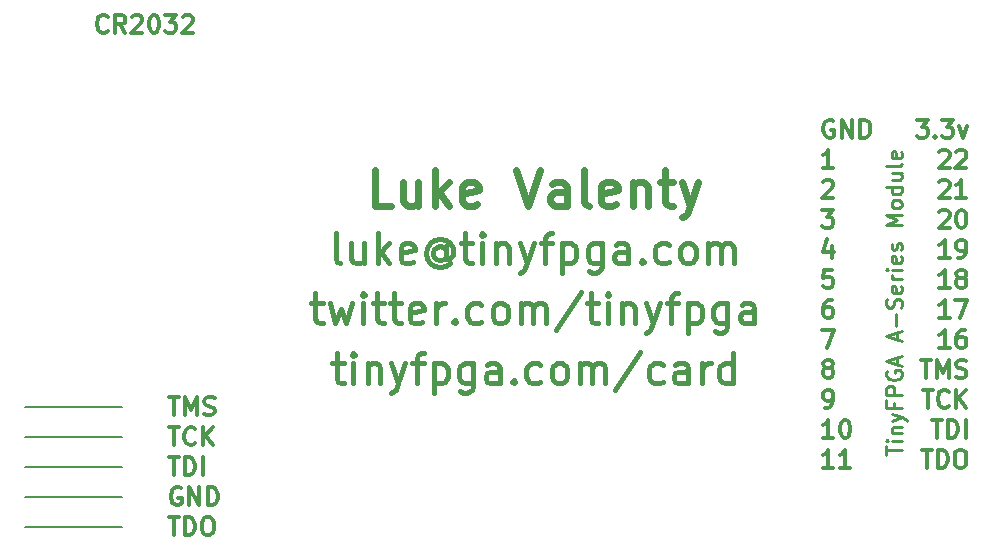
<source format=gbr>
G04 #@! TF.FileFunction,Legend,Top*
%FSLAX46Y46*%
G04 Gerber Fmt 4.6, Leading zero omitted, Abs format (unit mm)*
G04 Created by KiCad (PCBNEW 4.0.7) date 04/25/18 19:18:30*
%MOMM*%
%LPD*%
G01*
G04 APERTURE LIST*
%ADD10C,0.150000*%
%ADD11C,0.300000*%
%ADD12C,0.250000*%
%ADD13C,0.200000*%
%ADD14C,0.400000*%
%ADD15C,0.600000*%
G04 APERTURE END LIST*
D10*
D11*
X180078571Y-114748571D02*
X180935714Y-114748571D01*
X180507143Y-116248571D02*
X180507143Y-114748571D01*
X181435714Y-116248571D02*
X181435714Y-114748571D01*
X181792857Y-114748571D01*
X182007142Y-114820000D01*
X182150000Y-114962857D01*
X182221428Y-115105714D01*
X182292857Y-115391429D01*
X182292857Y-115605714D01*
X182221428Y-115891429D01*
X182150000Y-116034286D01*
X182007142Y-116177143D01*
X181792857Y-116248571D01*
X181435714Y-116248571D01*
X183221428Y-114748571D02*
X183507142Y-114748571D01*
X183650000Y-114820000D01*
X183792857Y-114962857D01*
X183864285Y-115248571D01*
X183864285Y-115748571D01*
X183792857Y-116034286D01*
X183650000Y-116177143D01*
X183507142Y-116248571D01*
X183221428Y-116248571D01*
X183078571Y-116177143D01*
X182935714Y-116034286D01*
X182864285Y-115748571D01*
X182864285Y-115248571D01*
X182935714Y-114962857D01*
X183078571Y-114820000D01*
X183221428Y-114748571D01*
X180935714Y-112208571D02*
X181792857Y-112208571D01*
X181364286Y-113708571D02*
X181364286Y-112208571D01*
X182292857Y-113708571D02*
X182292857Y-112208571D01*
X182650000Y-112208571D01*
X182864285Y-112280000D01*
X183007143Y-112422857D01*
X183078571Y-112565714D01*
X183150000Y-112851429D01*
X183150000Y-113065714D01*
X183078571Y-113351429D01*
X183007143Y-113494286D01*
X182864285Y-113637143D01*
X182650000Y-113708571D01*
X182292857Y-113708571D01*
X183792857Y-113708571D02*
X183792857Y-112208571D01*
X180150000Y-109668571D02*
X181007143Y-109668571D01*
X180578572Y-111168571D02*
X180578572Y-109668571D01*
X182364286Y-111025714D02*
X182292857Y-111097143D01*
X182078571Y-111168571D01*
X181935714Y-111168571D01*
X181721429Y-111097143D01*
X181578571Y-110954286D01*
X181507143Y-110811429D01*
X181435714Y-110525714D01*
X181435714Y-110311429D01*
X181507143Y-110025714D01*
X181578571Y-109882857D01*
X181721429Y-109740000D01*
X181935714Y-109668571D01*
X182078571Y-109668571D01*
X182292857Y-109740000D01*
X182364286Y-109811429D01*
X183007143Y-111168571D02*
X183007143Y-109668571D01*
X183864286Y-111168571D02*
X183221429Y-110311429D01*
X183864286Y-109668571D02*
X183007143Y-110525714D01*
X180007143Y-107128571D02*
X180864286Y-107128571D01*
X180435715Y-108628571D02*
X180435715Y-107128571D01*
X181364286Y-108628571D02*
X181364286Y-107128571D01*
X181864286Y-108200000D01*
X182364286Y-107128571D01*
X182364286Y-108628571D01*
X183007143Y-108557143D02*
X183221429Y-108628571D01*
X183578572Y-108628571D01*
X183721429Y-108557143D01*
X183792858Y-108485714D01*
X183864286Y-108342857D01*
X183864286Y-108200000D01*
X183792858Y-108057143D01*
X183721429Y-107985714D01*
X183578572Y-107914286D01*
X183292858Y-107842857D01*
X183150000Y-107771429D01*
X183078572Y-107700000D01*
X183007143Y-107557143D01*
X183007143Y-107414286D01*
X183078572Y-107271429D01*
X183150000Y-107200000D01*
X183292858Y-107128571D01*
X183650000Y-107128571D01*
X183864286Y-107200000D01*
X182435715Y-106088571D02*
X181578572Y-106088571D01*
X182007144Y-106088571D02*
X182007144Y-104588571D01*
X181864287Y-104802857D01*
X181721429Y-104945714D01*
X181578572Y-105017143D01*
X183721429Y-104588571D02*
X183435715Y-104588571D01*
X183292858Y-104660000D01*
X183221429Y-104731429D01*
X183078572Y-104945714D01*
X183007143Y-105231429D01*
X183007143Y-105802857D01*
X183078572Y-105945714D01*
X183150000Y-106017143D01*
X183292858Y-106088571D01*
X183578572Y-106088571D01*
X183721429Y-106017143D01*
X183792858Y-105945714D01*
X183864286Y-105802857D01*
X183864286Y-105445714D01*
X183792858Y-105302857D01*
X183721429Y-105231429D01*
X183578572Y-105160000D01*
X183292858Y-105160000D01*
X183150000Y-105231429D01*
X183078572Y-105302857D01*
X183007143Y-105445714D01*
X182435715Y-103548571D02*
X181578572Y-103548571D01*
X182007144Y-103548571D02*
X182007144Y-102048571D01*
X181864287Y-102262857D01*
X181721429Y-102405714D01*
X181578572Y-102477143D01*
X182935715Y-102048571D02*
X183935715Y-102048571D01*
X183292858Y-103548571D01*
X182435715Y-101008571D02*
X181578572Y-101008571D01*
X182007144Y-101008571D02*
X182007144Y-99508571D01*
X181864287Y-99722857D01*
X181721429Y-99865714D01*
X181578572Y-99937143D01*
X183292858Y-100151429D02*
X183150000Y-100080000D01*
X183078572Y-100008571D01*
X183007143Y-99865714D01*
X183007143Y-99794286D01*
X183078572Y-99651429D01*
X183150000Y-99580000D01*
X183292858Y-99508571D01*
X183578572Y-99508571D01*
X183721429Y-99580000D01*
X183792858Y-99651429D01*
X183864286Y-99794286D01*
X183864286Y-99865714D01*
X183792858Y-100008571D01*
X183721429Y-100080000D01*
X183578572Y-100151429D01*
X183292858Y-100151429D01*
X183150000Y-100222857D01*
X183078572Y-100294286D01*
X183007143Y-100437143D01*
X183007143Y-100722857D01*
X183078572Y-100865714D01*
X183150000Y-100937143D01*
X183292858Y-101008571D01*
X183578572Y-101008571D01*
X183721429Y-100937143D01*
X183792858Y-100865714D01*
X183864286Y-100722857D01*
X183864286Y-100437143D01*
X183792858Y-100294286D01*
X183721429Y-100222857D01*
X183578572Y-100151429D01*
X182435715Y-98468571D02*
X181578572Y-98468571D01*
X182007144Y-98468571D02*
X182007144Y-96968571D01*
X181864287Y-97182857D01*
X181721429Y-97325714D01*
X181578572Y-97397143D01*
X183150000Y-98468571D02*
X183435715Y-98468571D01*
X183578572Y-98397143D01*
X183650000Y-98325714D01*
X183792858Y-98111429D01*
X183864286Y-97825714D01*
X183864286Y-97254286D01*
X183792858Y-97111429D01*
X183721429Y-97040000D01*
X183578572Y-96968571D01*
X183292858Y-96968571D01*
X183150000Y-97040000D01*
X183078572Y-97111429D01*
X183007143Y-97254286D01*
X183007143Y-97611429D01*
X183078572Y-97754286D01*
X183150000Y-97825714D01*
X183292858Y-97897143D01*
X183578572Y-97897143D01*
X183721429Y-97825714D01*
X183792858Y-97754286D01*
X183864286Y-97611429D01*
X181578572Y-94571429D02*
X181650001Y-94500000D01*
X181792858Y-94428571D01*
X182150001Y-94428571D01*
X182292858Y-94500000D01*
X182364287Y-94571429D01*
X182435715Y-94714286D01*
X182435715Y-94857143D01*
X182364287Y-95071429D01*
X181507144Y-95928571D01*
X182435715Y-95928571D01*
X183364286Y-94428571D02*
X183507143Y-94428571D01*
X183650000Y-94500000D01*
X183721429Y-94571429D01*
X183792858Y-94714286D01*
X183864286Y-95000000D01*
X183864286Y-95357143D01*
X183792858Y-95642857D01*
X183721429Y-95785714D01*
X183650000Y-95857143D01*
X183507143Y-95928571D01*
X183364286Y-95928571D01*
X183221429Y-95857143D01*
X183150000Y-95785714D01*
X183078572Y-95642857D01*
X183007143Y-95357143D01*
X183007143Y-95000000D01*
X183078572Y-94714286D01*
X183150000Y-94571429D01*
X183221429Y-94500000D01*
X183364286Y-94428571D01*
X181578572Y-92031429D02*
X181650001Y-91960000D01*
X181792858Y-91888571D01*
X182150001Y-91888571D01*
X182292858Y-91960000D01*
X182364287Y-92031429D01*
X182435715Y-92174286D01*
X182435715Y-92317143D01*
X182364287Y-92531429D01*
X181507144Y-93388571D01*
X182435715Y-93388571D01*
X183864286Y-93388571D02*
X183007143Y-93388571D01*
X183435715Y-93388571D02*
X183435715Y-91888571D01*
X183292858Y-92102857D01*
X183150000Y-92245714D01*
X183007143Y-92317143D01*
X181578572Y-89491429D02*
X181650001Y-89420000D01*
X181792858Y-89348571D01*
X182150001Y-89348571D01*
X182292858Y-89420000D01*
X182364287Y-89491429D01*
X182435715Y-89634286D01*
X182435715Y-89777143D01*
X182364287Y-89991429D01*
X181507144Y-90848571D01*
X182435715Y-90848571D01*
X183007143Y-89491429D02*
X183078572Y-89420000D01*
X183221429Y-89348571D01*
X183578572Y-89348571D01*
X183721429Y-89420000D01*
X183792858Y-89491429D01*
X183864286Y-89634286D01*
X183864286Y-89777143D01*
X183792858Y-89991429D01*
X182935715Y-90848571D01*
X183864286Y-90848571D01*
X179650001Y-86808571D02*
X180578572Y-86808571D01*
X180078572Y-87380000D01*
X180292858Y-87380000D01*
X180435715Y-87451429D01*
X180507144Y-87522857D01*
X180578572Y-87665714D01*
X180578572Y-88022857D01*
X180507144Y-88165714D01*
X180435715Y-88237143D01*
X180292858Y-88308571D01*
X179864286Y-88308571D01*
X179721429Y-88237143D01*
X179650001Y-88165714D01*
X181221429Y-88165714D02*
X181292857Y-88237143D01*
X181221429Y-88308571D01*
X181150000Y-88237143D01*
X181221429Y-88165714D01*
X181221429Y-88308571D01*
X181792858Y-86808571D02*
X182721429Y-86808571D01*
X182221429Y-87380000D01*
X182435715Y-87380000D01*
X182578572Y-87451429D01*
X182650001Y-87522857D01*
X182721429Y-87665714D01*
X182721429Y-88022857D01*
X182650001Y-88165714D01*
X182578572Y-88237143D01*
X182435715Y-88308571D01*
X182007143Y-88308571D01*
X181864286Y-88237143D01*
X181792858Y-88165714D01*
X183221429Y-87308571D02*
X183578572Y-88308571D01*
X183935714Y-87308571D01*
X172592857Y-116248571D02*
X171735714Y-116248571D01*
X172164286Y-116248571D02*
X172164286Y-114748571D01*
X172021429Y-114962857D01*
X171878571Y-115105714D01*
X171735714Y-115177143D01*
X174021428Y-116248571D02*
X173164285Y-116248571D01*
X173592857Y-116248571D02*
X173592857Y-114748571D01*
X173450000Y-114962857D01*
X173307142Y-115105714D01*
X173164285Y-115177143D01*
X172592857Y-113708571D02*
X171735714Y-113708571D01*
X172164286Y-113708571D02*
X172164286Y-112208571D01*
X172021429Y-112422857D01*
X171878571Y-112565714D01*
X171735714Y-112637143D01*
X173521428Y-112208571D02*
X173664285Y-112208571D01*
X173807142Y-112280000D01*
X173878571Y-112351429D01*
X173950000Y-112494286D01*
X174021428Y-112780000D01*
X174021428Y-113137143D01*
X173950000Y-113422857D01*
X173878571Y-113565714D01*
X173807142Y-113637143D01*
X173664285Y-113708571D01*
X173521428Y-113708571D01*
X173378571Y-113637143D01*
X173307142Y-113565714D01*
X173235714Y-113422857D01*
X173164285Y-113137143D01*
X173164285Y-112780000D01*
X173235714Y-112494286D01*
X173307142Y-112351429D01*
X173378571Y-112280000D01*
X173521428Y-112208571D01*
X171878571Y-111168571D02*
X172164286Y-111168571D01*
X172307143Y-111097143D01*
X172378571Y-111025714D01*
X172521429Y-110811429D01*
X172592857Y-110525714D01*
X172592857Y-109954286D01*
X172521429Y-109811429D01*
X172450000Y-109740000D01*
X172307143Y-109668571D01*
X172021429Y-109668571D01*
X171878571Y-109740000D01*
X171807143Y-109811429D01*
X171735714Y-109954286D01*
X171735714Y-110311429D01*
X171807143Y-110454286D01*
X171878571Y-110525714D01*
X172021429Y-110597143D01*
X172307143Y-110597143D01*
X172450000Y-110525714D01*
X172521429Y-110454286D01*
X172592857Y-110311429D01*
X172021429Y-107771429D02*
X171878571Y-107700000D01*
X171807143Y-107628571D01*
X171735714Y-107485714D01*
X171735714Y-107414286D01*
X171807143Y-107271429D01*
X171878571Y-107200000D01*
X172021429Y-107128571D01*
X172307143Y-107128571D01*
X172450000Y-107200000D01*
X172521429Y-107271429D01*
X172592857Y-107414286D01*
X172592857Y-107485714D01*
X172521429Y-107628571D01*
X172450000Y-107700000D01*
X172307143Y-107771429D01*
X172021429Y-107771429D01*
X171878571Y-107842857D01*
X171807143Y-107914286D01*
X171735714Y-108057143D01*
X171735714Y-108342857D01*
X171807143Y-108485714D01*
X171878571Y-108557143D01*
X172021429Y-108628571D01*
X172307143Y-108628571D01*
X172450000Y-108557143D01*
X172521429Y-108485714D01*
X172592857Y-108342857D01*
X172592857Y-108057143D01*
X172521429Y-107914286D01*
X172450000Y-107842857D01*
X172307143Y-107771429D01*
X171664286Y-104588571D02*
X172664286Y-104588571D01*
X172021429Y-106088571D01*
X172450000Y-102048571D02*
X172164286Y-102048571D01*
X172021429Y-102120000D01*
X171950000Y-102191429D01*
X171807143Y-102405714D01*
X171735714Y-102691429D01*
X171735714Y-103262857D01*
X171807143Y-103405714D01*
X171878571Y-103477143D01*
X172021429Y-103548571D01*
X172307143Y-103548571D01*
X172450000Y-103477143D01*
X172521429Y-103405714D01*
X172592857Y-103262857D01*
X172592857Y-102905714D01*
X172521429Y-102762857D01*
X172450000Y-102691429D01*
X172307143Y-102620000D01*
X172021429Y-102620000D01*
X171878571Y-102691429D01*
X171807143Y-102762857D01*
X171735714Y-102905714D01*
X172521429Y-99508571D02*
X171807143Y-99508571D01*
X171735714Y-100222857D01*
X171807143Y-100151429D01*
X171950000Y-100080000D01*
X172307143Y-100080000D01*
X172450000Y-100151429D01*
X172521429Y-100222857D01*
X172592857Y-100365714D01*
X172592857Y-100722857D01*
X172521429Y-100865714D01*
X172450000Y-100937143D01*
X172307143Y-101008571D01*
X171950000Y-101008571D01*
X171807143Y-100937143D01*
X171735714Y-100865714D01*
X172450000Y-97468571D02*
X172450000Y-98468571D01*
X172092857Y-96897143D02*
X171735714Y-97968571D01*
X172664286Y-97968571D01*
X171664286Y-94428571D02*
X172592857Y-94428571D01*
X172092857Y-95000000D01*
X172307143Y-95000000D01*
X172450000Y-95071429D01*
X172521429Y-95142857D01*
X172592857Y-95285714D01*
X172592857Y-95642857D01*
X172521429Y-95785714D01*
X172450000Y-95857143D01*
X172307143Y-95928571D01*
X171878571Y-95928571D01*
X171735714Y-95857143D01*
X171664286Y-95785714D01*
X171735714Y-92031429D02*
X171807143Y-91960000D01*
X171950000Y-91888571D01*
X172307143Y-91888571D01*
X172450000Y-91960000D01*
X172521429Y-92031429D01*
X172592857Y-92174286D01*
X172592857Y-92317143D01*
X172521429Y-92531429D01*
X171664286Y-93388571D01*
X172592857Y-93388571D01*
X172592857Y-90848571D02*
X171735714Y-90848571D01*
X172164286Y-90848571D02*
X172164286Y-89348571D01*
X172021429Y-89562857D01*
X171878571Y-89705714D01*
X171735714Y-89777143D01*
X172592857Y-86880000D02*
X172450000Y-86808571D01*
X172235714Y-86808571D01*
X172021429Y-86880000D01*
X171878571Y-87022857D01*
X171807143Y-87165714D01*
X171735714Y-87451429D01*
X171735714Y-87665714D01*
X171807143Y-87951429D01*
X171878571Y-88094286D01*
X172021429Y-88237143D01*
X172235714Y-88308571D01*
X172378571Y-88308571D01*
X172592857Y-88237143D01*
X172664286Y-88165714D01*
X172664286Y-87665714D01*
X172378571Y-87665714D01*
X173307143Y-88308571D02*
X173307143Y-86808571D01*
X174164286Y-88308571D01*
X174164286Y-86808571D01*
X174878572Y-88308571D02*
X174878572Y-86808571D01*
X175235715Y-86808571D01*
X175450000Y-86880000D01*
X175592858Y-87022857D01*
X175664286Y-87165714D01*
X175735715Y-87451429D01*
X175735715Y-87665714D01*
X175664286Y-87951429D01*
X175592858Y-88094286D01*
X175450000Y-88237143D01*
X175235715Y-88308571D01*
X174878572Y-88308571D01*
D12*
X177088095Y-115142142D02*
X177088095Y-114399285D01*
X178388095Y-114770714D02*
X177088095Y-114770714D01*
X178388095Y-113965952D02*
X177521429Y-113965952D01*
X177088095Y-113965952D02*
X177150000Y-114027857D01*
X177211905Y-113965952D01*
X177150000Y-113904047D01*
X177088095Y-113965952D01*
X177211905Y-113965952D01*
X177521429Y-113346904D02*
X178388095Y-113346904D01*
X177645238Y-113346904D02*
X177583333Y-113284999D01*
X177521429Y-113161190D01*
X177521429Y-112975476D01*
X177583333Y-112851666D01*
X177707143Y-112789761D01*
X178388095Y-112789761D01*
X177521429Y-112294524D02*
X178388095Y-111985000D01*
X177521429Y-111675476D02*
X178388095Y-111985000D01*
X178697619Y-112108809D01*
X178759524Y-112170714D01*
X178821429Y-112294524D01*
X177707143Y-110746905D02*
X177707143Y-111180238D01*
X178388095Y-111180238D02*
X177088095Y-111180238D01*
X177088095Y-110561191D01*
X178388095Y-110065952D02*
X177088095Y-110065952D01*
X177088095Y-109570714D01*
X177150000Y-109446905D01*
X177211905Y-109385000D01*
X177335714Y-109323095D01*
X177521429Y-109323095D01*
X177645238Y-109385000D01*
X177707143Y-109446905D01*
X177769048Y-109570714D01*
X177769048Y-110065952D01*
X177150000Y-108085000D02*
X177088095Y-108208809D01*
X177088095Y-108394524D01*
X177150000Y-108580238D01*
X177273810Y-108704047D01*
X177397619Y-108765952D01*
X177645238Y-108827857D01*
X177830952Y-108827857D01*
X178078571Y-108765952D01*
X178202381Y-108704047D01*
X178326190Y-108580238D01*
X178388095Y-108394524D01*
X178388095Y-108270714D01*
X178326190Y-108085000D01*
X178264286Y-108023095D01*
X177830952Y-108023095D01*
X177830952Y-108270714D01*
X178016667Y-107527857D02*
X178016667Y-106908809D01*
X178388095Y-107651666D02*
X177088095Y-107218333D01*
X178388095Y-106785000D01*
X178016667Y-105423095D02*
X178016667Y-104804047D01*
X178388095Y-105546904D02*
X177088095Y-105113571D01*
X178388095Y-104680238D01*
X177892857Y-104246904D02*
X177892857Y-103256428D01*
X178326190Y-102699285D02*
X178388095Y-102513571D01*
X178388095Y-102204047D01*
X178326190Y-102080237D01*
X178264286Y-102018333D01*
X178140476Y-101956428D01*
X178016667Y-101956428D01*
X177892857Y-102018333D01*
X177830952Y-102080237D01*
X177769048Y-102204047D01*
X177707143Y-102451666D01*
X177645238Y-102575475D01*
X177583333Y-102637380D01*
X177459524Y-102699285D01*
X177335714Y-102699285D01*
X177211905Y-102637380D01*
X177150000Y-102575475D01*
X177088095Y-102451666D01*
X177088095Y-102142142D01*
X177150000Y-101956428D01*
X178326190Y-100904047D02*
X178388095Y-101027857D01*
X178388095Y-101275476D01*
X178326190Y-101399285D01*
X178202381Y-101461190D01*
X177707143Y-101461190D01*
X177583333Y-101399285D01*
X177521429Y-101275476D01*
X177521429Y-101027857D01*
X177583333Y-100904047D01*
X177707143Y-100842142D01*
X177830952Y-100842142D01*
X177954762Y-101461190D01*
X178388095Y-100284999D02*
X177521429Y-100284999D01*
X177769048Y-100284999D02*
X177645238Y-100223094D01*
X177583333Y-100161190D01*
X177521429Y-100037380D01*
X177521429Y-99913571D01*
X178388095Y-99480237D02*
X177521429Y-99480237D01*
X177088095Y-99480237D02*
X177150000Y-99542142D01*
X177211905Y-99480237D01*
X177150000Y-99418332D01*
X177088095Y-99480237D01*
X177211905Y-99480237D01*
X178326190Y-98365951D02*
X178388095Y-98489761D01*
X178388095Y-98737380D01*
X178326190Y-98861189D01*
X178202381Y-98923094D01*
X177707143Y-98923094D01*
X177583333Y-98861189D01*
X177521429Y-98737380D01*
X177521429Y-98489761D01*
X177583333Y-98365951D01*
X177707143Y-98304046D01*
X177830952Y-98304046D01*
X177954762Y-98923094D01*
X178326190Y-97808808D02*
X178388095Y-97684998D01*
X178388095Y-97437379D01*
X178326190Y-97313570D01*
X178202381Y-97251665D01*
X178140476Y-97251665D01*
X178016667Y-97313570D01*
X177954762Y-97437379D01*
X177954762Y-97623094D01*
X177892857Y-97746903D01*
X177769048Y-97808808D01*
X177707143Y-97808808D01*
X177583333Y-97746903D01*
X177521429Y-97623094D01*
X177521429Y-97437379D01*
X177583333Y-97313570D01*
X178388095Y-95704046D02*
X177088095Y-95704046D01*
X178016667Y-95270713D01*
X177088095Y-94837380D01*
X178388095Y-94837380D01*
X178388095Y-94032618D02*
X178326190Y-94156427D01*
X178264286Y-94218332D01*
X178140476Y-94280237D01*
X177769048Y-94280237D01*
X177645238Y-94218332D01*
X177583333Y-94156427D01*
X177521429Y-94032618D01*
X177521429Y-93846904D01*
X177583333Y-93723094D01*
X177645238Y-93661189D01*
X177769048Y-93599285D01*
X178140476Y-93599285D01*
X178264286Y-93661189D01*
X178326190Y-93723094D01*
X178388095Y-93846904D01*
X178388095Y-94032618D01*
X178388095Y-92484999D02*
X177088095Y-92484999D01*
X178326190Y-92484999D02*
X178388095Y-92608809D01*
X178388095Y-92856428D01*
X178326190Y-92980237D01*
X178264286Y-93042142D01*
X178140476Y-93104047D01*
X177769048Y-93104047D01*
X177645238Y-93042142D01*
X177583333Y-92980237D01*
X177521429Y-92856428D01*
X177521429Y-92608809D01*
X177583333Y-92484999D01*
X177521429Y-91308809D02*
X178388095Y-91308809D01*
X177521429Y-91865952D02*
X178202381Y-91865952D01*
X178326190Y-91804047D01*
X178388095Y-91680238D01*
X178388095Y-91494524D01*
X178326190Y-91370714D01*
X178264286Y-91308809D01*
X178388095Y-90504048D02*
X178326190Y-90627857D01*
X178202381Y-90689762D01*
X177088095Y-90689762D01*
X178326190Y-89513572D02*
X178388095Y-89637382D01*
X178388095Y-89885001D01*
X178326190Y-90008810D01*
X178202381Y-90070715D01*
X177707143Y-90070715D01*
X177583333Y-90008810D01*
X177521429Y-89885001D01*
X177521429Y-89637382D01*
X177583333Y-89513572D01*
X177707143Y-89451667D01*
X177830952Y-89451667D01*
X177954762Y-90070715D01*
D11*
X111157144Y-79275714D02*
X111085715Y-79347143D01*
X110871429Y-79418571D01*
X110728572Y-79418571D01*
X110514287Y-79347143D01*
X110371429Y-79204286D01*
X110300001Y-79061429D01*
X110228572Y-78775714D01*
X110228572Y-78561429D01*
X110300001Y-78275714D01*
X110371429Y-78132857D01*
X110514287Y-77990000D01*
X110728572Y-77918571D01*
X110871429Y-77918571D01*
X111085715Y-77990000D01*
X111157144Y-78061429D01*
X112657144Y-79418571D02*
X112157144Y-78704286D01*
X111800001Y-79418571D02*
X111800001Y-77918571D01*
X112371429Y-77918571D01*
X112514287Y-77990000D01*
X112585715Y-78061429D01*
X112657144Y-78204286D01*
X112657144Y-78418571D01*
X112585715Y-78561429D01*
X112514287Y-78632857D01*
X112371429Y-78704286D01*
X111800001Y-78704286D01*
X113228572Y-78061429D02*
X113300001Y-77990000D01*
X113442858Y-77918571D01*
X113800001Y-77918571D01*
X113942858Y-77990000D01*
X114014287Y-78061429D01*
X114085715Y-78204286D01*
X114085715Y-78347143D01*
X114014287Y-78561429D01*
X113157144Y-79418571D01*
X114085715Y-79418571D01*
X115014286Y-77918571D02*
X115157143Y-77918571D01*
X115300000Y-77990000D01*
X115371429Y-78061429D01*
X115442858Y-78204286D01*
X115514286Y-78490000D01*
X115514286Y-78847143D01*
X115442858Y-79132857D01*
X115371429Y-79275714D01*
X115300000Y-79347143D01*
X115157143Y-79418571D01*
X115014286Y-79418571D01*
X114871429Y-79347143D01*
X114800000Y-79275714D01*
X114728572Y-79132857D01*
X114657143Y-78847143D01*
X114657143Y-78490000D01*
X114728572Y-78204286D01*
X114800000Y-78061429D01*
X114871429Y-77990000D01*
X115014286Y-77918571D01*
X116014286Y-77918571D02*
X116942857Y-77918571D01*
X116442857Y-78490000D01*
X116657143Y-78490000D01*
X116800000Y-78561429D01*
X116871429Y-78632857D01*
X116942857Y-78775714D01*
X116942857Y-79132857D01*
X116871429Y-79275714D01*
X116800000Y-79347143D01*
X116657143Y-79418571D01*
X116228571Y-79418571D01*
X116085714Y-79347143D01*
X116014286Y-79275714D01*
X117514285Y-78061429D02*
X117585714Y-77990000D01*
X117728571Y-77918571D01*
X118085714Y-77918571D01*
X118228571Y-77990000D01*
X118300000Y-78061429D01*
X118371428Y-78204286D01*
X118371428Y-78347143D01*
X118300000Y-78561429D01*
X117442857Y-79418571D01*
X118371428Y-79418571D01*
D13*
X112395000Y-121285000D02*
X104140000Y-121285000D01*
X112395000Y-118745000D02*
X104140000Y-118745000D01*
X112395000Y-116205000D02*
X104140000Y-116205000D01*
X112395000Y-113665000D02*
X104140000Y-113665000D01*
X112395000Y-111125000D02*
X104140000Y-111125000D01*
D11*
X116347857Y-120463571D02*
X117205000Y-120463571D01*
X116776429Y-121963571D02*
X116776429Y-120463571D01*
X117705000Y-121963571D02*
X117705000Y-120463571D01*
X118062143Y-120463571D01*
X118276428Y-120535000D01*
X118419286Y-120677857D01*
X118490714Y-120820714D01*
X118562143Y-121106429D01*
X118562143Y-121320714D01*
X118490714Y-121606429D01*
X118419286Y-121749286D01*
X118276428Y-121892143D01*
X118062143Y-121963571D01*
X117705000Y-121963571D01*
X119490714Y-120463571D02*
X119776428Y-120463571D01*
X119919286Y-120535000D01*
X120062143Y-120677857D01*
X120133571Y-120963571D01*
X120133571Y-121463571D01*
X120062143Y-121749286D01*
X119919286Y-121892143D01*
X119776428Y-121963571D01*
X119490714Y-121963571D01*
X119347857Y-121892143D01*
X119205000Y-121749286D01*
X119133571Y-121463571D01*
X119133571Y-120963571D01*
X119205000Y-120677857D01*
X119347857Y-120535000D01*
X119490714Y-120463571D01*
X117347857Y-117995000D02*
X117205000Y-117923571D01*
X116990714Y-117923571D01*
X116776429Y-117995000D01*
X116633571Y-118137857D01*
X116562143Y-118280714D01*
X116490714Y-118566429D01*
X116490714Y-118780714D01*
X116562143Y-119066429D01*
X116633571Y-119209286D01*
X116776429Y-119352143D01*
X116990714Y-119423571D01*
X117133571Y-119423571D01*
X117347857Y-119352143D01*
X117419286Y-119280714D01*
X117419286Y-118780714D01*
X117133571Y-118780714D01*
X118062143Y-119423571D02*
X118062143Y-117923571D01*
X118919286Y-119423571D01*
X118919286Y-117923571D01*
X119633572Y-119423571D02*
X119633572Y-117923571D01*
X119990715Y-117923571D01*
X120205000Y-117995000D01*
X120347858Y-118137857D01*
X120419286Y-118280714D01*
X120490715Y-118566429D01*
X120490715Y-118780714D01*
X120419286Y-119066429D01*
X120347858Y-119209286D01*
X120205000Y-119352143D01*
X119990715Y-119423571D01*
X119633572Y-119423571D01*
X116347857Y-115383571D02*
X117205000Y-115383571D01*
X116776429Y-116883571D02*
X116776429Y-115383571D01*
X117705000Y-116883571D02*
X117705000Y-115383571D01*
X118062143Y-115383571D01*
X118276428Y-115455000D01*
X118419286Y-115597857D01*
X118490714Y-115740714D01*
X118562143Y-116026429D01*
X118562143Y-116240714D01*
X118490714Y-116526429D01*
X118419286Y-116669286D01*
X118276428Y-116812143D01*
X118062143Y-116883571D01*
X117705000Y-116883571D01*
X119205000Y-116883571D02*
X119205000Y-115383571D01*
X116347857Y-112843571D02*
X117205000Y-112843571D01*
X116776429Y-114343571D02*
X116776429Y-112843571D01*
X118562143Y-114200714D02*
X118490714Y-114272143D01*
X118276428Y-114343571D01*
X118133571Y-114343571D01*
X117919286Y-114272143D01*
X117776428Y-114129286D01*
X117705000Y-113986429D01*
X117633571Y-113700714D01*
X117633571Y-113486429D01*
X117705000Y-113200714D01*
X117776428Y-113057857D01*
X117919286Y-112915000D01*
X118133571Y-112843571D01*
X118276428Y-112843571D01*
X118490714Y-112915000D01*
X118562143Y-112986429D01*
X119205000Y-114343571D02*
X119205000Y-112843571D01*
X120062143Y-114343571D02*
X119419286Y-113486429D01*
X120062143Y-112843571D02*
X119205000Y-113700714D01*
X116347857Y-110303571D02*
X117205000Y-110303571D01*
X116776429Y-111803571D02*
X116776429Y-110303571D01*
X117705000Y-111803571D02*
X117705000Y-110303571D01*
X118205000Y-111375000D01*
X118705000Y-110303571D01*
X118705000Y-111803571D01*
X119347857Y-111732143D02*
X119562143Y-111803571D01*
X119919286Y-111803571D01*
X120062143Y-111732143D01*
X120133572Y-111660714D01*
X120205000Y-111517857D01*
X120205000Y-111375000D01*
X120133572Y-111232143D01*
X120062143Y-111160714D01*
X119919286Y-111089286D01*
X119633572Y-111017857D01*
X119490714Y-110946429D01*
X119419286Y-110875000D01*
X119347857Y-110732143D01*
X119347857Y-110589286D01*
X119419286Y-110446429D01*
X119490714Y-110375000D01*
X119633572Y-110303571D01*
X119990714Y-110303571D01*
X120205000Y-110375000D01*
D14*
X130177143Y-107414286D02*
X131129524Y-107414286D01*
X130534286Y-106580952D02*
X130534286Y-108723810D01*
X130653334Y-108961905D01*
X130891429Y-109080952D01*
X131129524Y-109080952D01*
X131962857Y-109080952D02*
X131962857Y-107414286D01*
X131962857Y-106580952D02*
X131843809Y-106700000D01*
X131962857Y-106819048D01*
X132081905Y-106700000D01*
X131962857Y-106580952D01*
X131962857Y-106819048D01*
X133153333Y-107414286D02*
X133153333Y-109080952D01*
X133153333Y-107652381D02*
X133272381Y-107533333D01*
X133510476Y-107414286D01*
X133867619Y-107414286D01*
X134105714Y-107533333D01*
X134224762Y-107771429D01*
X134224762Y-109080952D01*
X135177143Y-107414286D02*
X135772381Y-109080952D01*
X136367619Y-107414286D02*
X135772381Y-109080952D01*
X135534286Y-109676190D01*
X135415238Y-109795238D01*
X135177143Y-109914286D01*
X136962857Y-107414286D02*
X137915238Y-107414286D01*
X137320000Y-109080952D02*
X137320000Y-106938095D01*
X137439048Y-106700000D01*
X137677143Y-106580952D01*
X137915238Y-106580952D01*
X138748571Y-107414286D02*
X138748571Y-109914286D01*
X138748571Y-107533333D02*
X138986666Y-107414286D01*
X139462857Y-107414286D01*
X139700952Y-107533333D01*
X139820000Y-107652381D01*
X139939047Y-107890476D01*
X139939047Y-108604762D01*
X139820000Y-108842857D01*
X139700952Y-108961905D01*
X139462857Y-109080952D01*
X138986666Y-109080952D01*
X138748571Y-108961905D01*
X142081905Y-107414286D02*
X142081905Y-109438095D01*
X141962857Y-109676190D01*
X141843809Y-109795238D01*
X141605714Y-109914286D01*
X141248571Y-109914286D01*
X141010476Y-109795238D01*
X142081905Y-108961905D02*
X141843809Y-109080952D01*
X141367619Y-109080952D01*
X141129524Y-108961905D01*
X141010476Y-108842857D01*
X140891428Y-108604762D01*
X140891428Y-107890476D01*
X141010476Y-107652381D01*
X141129524Y-107533333D01*
X141367619Y-107414286D01*
X141843809Y-107414286D01*
X142081905Y-107533333D01*
X144343810Y-109080952D02*
X144343810Y-107771429D01*
X144224762Y-107533333D01*
X143986667Y-107414286D01*
X143510476Y-107414286D01*
X143272381Y-107533333D01*
X144343810Y-108961905D02*
X144105714Y-109080952D01*
X143510476Y-109080952D01*
X143272381Y-108961905D01*
X143153333Y-108723810D01*
X143153333Y-108485714D01*
X143272381Y-108247619D01*
X143510476Y-108128571D01*
X144105714Y-108128571D01*
X144343810Y-108009524D01*
X145534286Y-108842857D02*
X145653334Y-108961905D01*
X145534286Y-109080952D01*
X145415238Y-108961905D01*
X145534286Y-108842857D01*
X145534286Y-109080952D01*
X147796191Y-108961905D02*
X147558095Y-109080952D01*
X147081905Y-109080952D01*
X146843810Y-108961905D01*
X146724762Y-108842857D01*
X146605714Y-108604762D01*
X146605714Y-107890476D01*
X146724762Y-107652381D01*
X146843810Y-107533333D01*
X147081905Y-107414286D01*
X147558095Y-107414286D01*
X147796191Y-107533333D01*
X149224762Y-109080952D02*
X148986667Y-108961905D01*
X148867619Y-108842857D01*
X148748571Y-108604762D01*
X148748571Y-107890476D01*
X148867619Y-107652381D01*
X148986667Y-107533333D01*
X149224762Y-107414286D01*
X149581905Y-107414286D01*
X149820000Y-107533333D01*
X149939048Y-107652381D01*
X150058095Y-107890476D01*
X150058095Y-108604762D01*
X149939048Y-108842857D01*
X149820000Y-108961905D01*
X149581905Y-109080952D01*
X149224762Y-109080952D01*
X151129524Y-109080952D02*
X151129524Y-107414286D01*
X151129524Y-107652381D02*
X151248572Y-107533333D01*
X151486667Y-107414286D01*
X151843810Y-107414286D01*
X152081905Y-107533333D01*
X152200953Y-107771429D01*
X152200953Y-109080952D01*
X152200953Y-107771429D02*
X152320000Y-107533333D01*
X152558096Y-107414286D01*
X152915238Y-107414286D01*
X153153334Y-107533333D01*
X153272381Y-107771429D01*
X153272381Y-109080952D01*
X156248571Y-106461905D02*
X154105714Y-109676190D01*
X158153334Y-108961905D02*
X157915238Y-109080952D01*
X157439048Y-109080952D01*
X157200953Y-108961905D01*
X157081905Y-108842857D01*
X156962857Y-108604762D01*
X156962857Y-107890476D01*
X157081905Y-107652381D01*
X157200953Y-107533333D01*
X157439048Y-107414286D01*
X157915238Y-107414286D01*
X158153334Y-107533333D01*
X160296191Y-109080952D02*
X160296191Y-107771429D01*
X160177143Y-107533333D01*
X159939048Y-107414286D01*
X159462857Y-107414286D01*
X159224762Y-107533333D01*
X160296191Y-108961905D02*
X160058095Y-109080952D01*
X159462857Y-109080952D01*
X159224762Y-108961905D01*
X159105714Y-108723810D01*
X159105714Y-108485714D01*
X159224762Y-108247619D01*
X159462857Y-108128571D01*
X160058095Y-108128571D01*
X160296191Y-108009524D01*
X161486667Y-109080952D02*
X161486667Y-107414286D01*
X161486667Y-107890476D02*
X161605715Y-107652381D01*
X161724762Y-107533333D01*
X161962858Y-107414286D01*
X162200953Y-107414286D01*
X164105715Y-109080952D02*
X164105715Y-106580952D01*
X164105715Y-108961905D02*
X163867619Y-109080952D01*
X163391429Y-109080952D01*
X163153334Y-108961905D01*
X163034286Y-108842857D01*
X162915238Y-108604762D01*
X162915238Y-107890476D01*
X163034286Y-107652381D01*
X163153334Y-107533333D01*
X163391429Y-107414286D01*
X163867619Y-107414286D01*
X164105715Y-107533333D01*
X130831905Y-98920952D02*
X130593810Y-98801905D01*
X130474762Y-98563810D01*
X130474762Y-96420952D01*
X132855715Y-97254286D02*
X132855715Y-98920952D01*
X131784286Y-97254286D02*
X131784286Y-98563810D01*
X131903334Y-98801905D01*
X132141429Y-98920952D01*
X132498572Y-98920952D01*
X132736667Y-98801905D01*
X132855715Y-98682857D01*
X134046191Y-98920952D02*
X134046191Y-96420952D01*
X134284286Y-97968571D02*
X134998572Y-98920952D01*
X134998572Y-97254286D02*
X134046191Y-98206667D01*
X137022382Y-98801905D02*
X136784287Y-98920952D01*
X136308096Y-98920952D01*
X136070001Y-98801905D01*
X135950953Y-98563810D01*
X135950953Y-97611429D01*
X136070001Y-97373333D01*
X136308096Y-97254286D01*
X136784287Y-97254286D01*
X137022382Y-97373333D01*
X137141430Y-97611429D01*
X137141430Y-97849524D01*
X135950953Y-98087619D01*
X139760477Y-97730476D02*
X139641430Y-97611429D01*
X139403334Y-97492381D01*
X139165239Y-97492381D01*
X138927144Y-97611429D01*
X138808096Y-97730476D01*
X138689049Y-97968571D01*
X138689049Y-98206667D01*
X138808096Y-98444762D01*
X138927144Y-98563810D01*
X139165239Y-98682857D01*
X139403334Y-98682857D01*
X139641430Y-98563810D01*
X139760477Y-98444762D01*
X139760477Y-97492381D02*
X139760477Y-98444762D01*
X139879525Y-98563810D01*
X139998572Y-98563810D01*
X140236668Y-98444762D01*
X140355715Y-98206667D01*
X140355715Y-97611429D01*
X140117620Y-97254286D01*
X139760477Y-97016190D01*
X139284287Y-96897143D01*
X138808096Y-97016190D01*
X138450953Y-97254286D01*
X138212858Y-97611429D01*
X138093810Y-98087619D01*
X138212858Y-98563810D01*
X138450953Y-98920952D01*
X138808096Y-99159048D01*
X139284287Y-99278095D01*
X139760477Y-99159048D01*
X140117620Y-98920952D01*
X141070001Y-97254286D02*
X142022382Y-97254286D01*
X141427144Y-96420952D02*
X141427144Y-98563810D01*
X141546192Y-98801905D01*
X141784287Y-98920952D01*
X142022382Y-98920952D01*
X142855715Y-98920952D02*
X142855715Y-97254286D01*
X142855715Y-96420952D02*
X142736667Y-96540000D01*
X142855715Y-96659048D01*
X142974763Y-96540000D01*
X142855715Y-96420952D01*
X142855715Y-96659048D01*
X144046191Y-97254286D02*
X144046191Y-98920952D01*
X144046191Y-97492381D02*
X144165239Y-97373333D01*
X144403334Y-97254286D01*
X144760477Y-97254286D01*
X144998572Y-97373333D01*
X145117620Y-97611429D01*
X145117620Y-98920952D01*
X146070001Y-97254286D02*
X146665239Y-98920952D01*
X147260477Y-97254286D02*
X146665239Y-98920952D01*
X146427144Y-99516190D01*
X146308096Y-99635238D01*
X146070001Y-99754286D01*
X147855715Y-97254286D02*
X148808096Y-97254286D01*
X148212858Y-98920952D02*
X148212858Y-96778095D01*
X148331906Y-96540000D01*
X148570001Y-96420952D01*
X148808096Y-96420952D01*
X149641429Y-97254286D02*
X149641429Y-99754286D01*
X149641429Y-97373333D02*
X149879524Y-97254286D01*
X150355715Y-97254286D01*
X150593810Y-97373333D01*
X150712858Y-97492381D01*
X150831905Y-97730476D01*
X150831905Y-98444762D01*
X150712858Y-98682857D01*
X150593810Y-98801905D01*
X150355715Y-98920952D01*
X149879524Y-98920952D01*
X149641429Y-98801905D01*
X152974763Y-97254286D02*
X152974763Y-99278095D01*
X152855715Y-99516190D01*
X152736667Y-99635238D01*
X152498572Y-99754286D01*
X152141429Y-99754286D01*
X151903334Y-99635238D01*
X152974763Y-98801905D02*
X152736667Y-98920952D01*
X152260477Y-98920952D01*
X152022382Y-98801905D01*
X151903334Y-98682857D01*
X151784286Y-98444762D01*
X151784286Y-97730476D01*
X151903334Y-97492381D01*
X152022382Y-97373333D01*
X152260477Y-97254286D01*
X152736667Y-97254286D01*
X152974763Y-97373333D01*
X155236668Y-98920952D02*
X155236668Y-97611429D01*
X155117620Y-97373333D01*
X154879525Y-97254286D01*
X154403334Y-97254286D01*
X154165239Y-97373333D01*
X155236668Y-98801905D02*
X154998572Y-98920952D01*
X154403334Y-98920952D01*
X154165239Y-98801905D01*
X154046191Y-98563810D01*
X154046191Y-98325714D01*
X154165239Y-98087619D01*
X154403334Y-97968571D01*
X154998572Y-97968571D01*
X155236668Y-97849524D01*
X156427144Y-98682857D02*
X156546192Y-98801905D01*
X156427144Y-98920952D01*
X156308096Y-98801905D01*
X156427144Y-98682857D01*
X156427144Y-98920952D01*
X158689049Y-98801905D02*
X158450953Y-98920952D01*
X157974763Y-98920952D01*
X157736668Y-98801905D01*
X157617620Y-98682857D01*
X157498572Y-98444762D01*
X157498572Y-97730476D01*
X157617620Y-97492381D01*
X157736668Y-97373333D01*
X157974763Y-97254286D01*
X158450953Y-97254286D01*
X158689049Y-97373333D01*
X160117620Y-98920952D02*
X159879525Y-98801905D01*
X159760477Y-98682857D01*
X159641429Y-98444762D01*
X159641429Y-97730476D01*
X159760477Y-97492381D01*
X159879525Y-97373333D01*
X160117620Y-97254286D01*
X160474763Y-97254286D01*
X160712858Y-97373333D01*
X160831906Y-97492381D01*
X160950953Y-97730476D01*
X160950953Y-98444762D01*
X160831906Y-98682857D01*
X160712858Y-98801905D01*
X160474763Y-98920952D01*
X160117620Y-98920952D01*
X162022382Y-98920952D02*
X162022382Y-97254286D01*
X162022382Y-97492381D02*
X162141430Y-97373333D01*
X162379525Y-97254286D01*
X162736668Y-97254286D01*
X162974763Y-97373333D01*
X163093811Y-97611429D01*
X163093811Y-98920952D01*
X163093811Y-97611429D02*
X163212858Y-97373333D01*
X163450954Y-97254286D01*
X163808096Y-97254286D01*
X164046192Y-97373333D01*
X164165239Y-97611429D01*
X164165239Y-98920952D01*
X128391429Y-102334286D02*
X129343810Y-102334286D01*
X128748572Y-101500952D02*
X128748572Y-103643810D01*
X128867620Y-103881905D01*
X129105715Y-104000952D01*
X129343810Y-104000952D01*
X129939048Y-102334286D02*
X130415238Y-104000952D01*
X130891429Y-102810476D01*
X131367619Y-104000952D01*
X131843810Y-102334286D01*
X132796191Y-104000952D02*
X132796191Y-102334286D01*
X132796191Y-101500952D02*
X132677143Y-101620000D01*
X132796191Y-101739048D01*
X132915239Y-101620000D01*
X132796191Y-101500952D01*
X132796191Y-101739048D01*
X133629524Y-102334286D02*
X134581905Y-102334286D01*
X133986667Y-101500952D02*
X133986667Y-103643810D01*
X134105715Y-103881905D01*
X134343810Y-104000952D01*
X134581905Y-104000952D01*
X135058095Y-102334286D02*
X136010476Y-102334286D01*
X135415238Y-101500952D02*
X135415238Y-103643810D01*
X135534286Y-103881905D01*
X135772381Y-104000952D01*
X136010476Y-104000952D01*
X137796190Y-103881905D02*
X137558095Y-104000952D01*
X137081904Y-104000952D01*
X136843809Y-103881905D01*
X136724761Y-103643810D01*
X136724761Y-102691429D01*
X136843809Y-102453333D01*
X137081904Y-102334286D01*
X137558095Y-102334286D01*
X137796190Y-102453333D01*
X137915238Y-102691429D01*
X137915238Y-102929524D01*
X136724761Y-103167619D01*
X138986666Y-104000952D02*
X138986666Y-102334286D01*
X138986666Y-102810476D02*
X139105714Y-102572381D01*
X139224761Y-102453333D01*
X139462857Y-102334286D01*
X139700952Y-102334286D01*
X140534285Y-103762857D02*
X140653333Y-103881905D01*
X140534285Y-104000952D01*
X140415237Y-103881905D01*
X140534285Y-103762857D01*
X140534285Y-104000952D01*
X142796190Y-103881905D02*
X142558094Y-104000952D01*
X142081904Y-104000952D01*
X141843809Y-103881905D01*
X141724761Y-103762857D01*
X141605713Y-103524762D01*
X141605713Y-102810476D01*
X141724761Y-102572381D01*
X141843809Y-102453333D01*
X142081904Y-102334286D01*
X142558094Y-102334286D01*
X142796190Y-102453333D01*
X144224761Y-104000952D02*
X143986666Y-103881905D01*
X143867618Y-103762857D01*
X143748570Y-103524762D01*
X143748570Y-102810476D01*
X143867618Y-102572381D01*
X143986666Y-102453333D01*
X144224761Y-102334286D01*
X144581904Y-102334286D01*
X144819999Y-102453333D01*
X144939047Y-102572381D01*
X145058094Y-102810476D01*
X145058094Y-103524762D01*
X144939047Y-103762857D01*
X144819999Y-103881905D01*
X144581904Y-104000952D01*
X144224761Y-104000952D01*
X146129523Y-104000952D02*
X146129523Y-102334286D01*
X146129523Y-102572381D02*
X146248571Y-102453333D01*
X146486666Y-102334286D01*
X146843809Y-102334286D01*
X147081904Y-102453333D01*
X147200952Y-102691429D01*
X147200952Y-104000952D01*
X147200952Y-102691429D02*
X147319999Y-102453333D01*
X147558095Y-102334286D01*
X147915237Y-102334286D01*
X148153333Y-102453333D01*
X148272380Y-102691429D01*
X148272380Y-104000952D01*
X151248570Y-101381905D02*
X149105713Y-104596190D01*
X151724761Y-102334286D02*
X152677142Y-102334286D01*
X152081904Y-101500952D02*
X152081904Y-103643810D01*
X152200952Y-103881905D01*
X152439047Y-104000952D01*
X152677142Y-104000952D01*
X153510475Y-104000952D02*
X153510475Y-102334286D01*
X153510475Y-101500952D02*
X153391427Y-101620000D01*
X153510475Y-101739048D01*
X153629523Y-101620000D01*
X153510475Y-101500952D01*
X153510475Y-101739048D01*
X154700951Y-102334286D02*
X154700951Y-104000952D01*
X154700951Y-102572381D02*
X154819999Y-102453333D01*
X155058094Y-102334286D01*
X155415237Y-102334286D01*
X155653332Y-102453333D01*
X155772380Y-102691429D01*
X155772380Y-104000952D01*
X156724761Y-102334286D02*
X157319999Y-104000952D01*
X157915237Y-102334286D02*
X157319999Y-104000952D01*
X157081904Y-104596190D01*
X156962856Y-104715238D01*
X156724761Y-104834286D01*
X158510475Y-102334286D02*
X159462856Y-102334286D01*
X158867618Y-104000952D02*
X158867618Y-101858095D01*
X158986666Y-101620000D01*
X159224761Y-101500952D01*
X159462856Y-101500952D01*
X160296189Y-102334286D02*
X160296189Y-104834286D01*
X160296189Y-102453333D02*
X160534284Y-102334286D01*
X161010475Y-102334286D01*
X161248570Y-102453333D01*
X161367618Y-102572381D01*
X161486665Y-102810476D01*
X161486665Y-103524762D01*
X161367618Y-103762857D01*
X161248570Y-103881905D01*
X161010475Y-104000952D01*
X160534284Y-104000952D01*
X160296189Y-103881905D01*
X163629523Y-102334286D02*
X163629523Y-104358095D01*
X163510475Y-104596190D01*
X163391427Y-104715238D01*
X163153332Y-104834286D01*
X162796189Y-104834286D01*
X162558094Y-104715238D01*
X163629523Y-103881905D02*
X163391427Y-104000952D01*
X162915237Y-104000952D01*
X162677142Y-103881905D01*
X162558094Y-103762857D01*
X162439046Y-103524762D01*
X162439046Y-102810476D01*
X162558094Y-102572381D01*
X162677142Y-102453333D01*
X162915237Y-102334286D01*
X163391427Y-102334286D01*
X163629523Y-102453333D01*
X165891428Y-104000952D02*
X165891428Y-102691429D01*
X165772380Y-102453333D01*
X165534285Y-102334286D01*
X165058094Y-102334286D01*
X164819999Y-102453333D01*
X165891428Y-103881905D02*
X165653332Y-104000952D01*
X165058094Y-104000952D01*
X164819999Y-103881905D01*
X164700951Y-103643810D01*
X164700951Y-103405714D01*
X164819999Y-103167619D01*
X165058094Y-103048571D01*
X165653332Y-103048571D01*
X165891428Y-102929524D01*
D15*
X135177142Y-94067143D02*
X133748571Y-94067143D01*
X133748571Y-91067143D01*
X137462856Y-92067143D02*
X137462856Y-94067143D01*
X136177142Y-92067143D02*
X136177142Y-93638571D01*
X136319999Y-93924286D01*
X136605713Y-94067143D01*
X137034285Y-94067143D01*
X137319999Y-93924286D01*
X137462856Y-93781429D01*
X138891428Y-94067143D02*
X138891428Y-91067143D01*
X139177142Y-92924286D02*
X140034285Y-94067143D01*
X140034285Y-92067143D02*
X138891428Y-93210000D01*
X142462856Y-93924286D02*
X142177142Y-94067143D01*
X141605713Y-94067143D01*
X141319999Y-93924286D01*
X141177142Y-93638571D01*
X141177142Y-92495714D01*
X141319999Y-92210000D01*
X141605713Y-92067143D01*
X142177142Y-92067143D01*
X142462856Y-92210000D01*
X142605713Y-92495714D01*
X142605713Y-92781429D01*
X141177142Y-93067143D01*
X145748570Y-91067143D02*
X146748570Y-94067143D01*
X147748570Y-91067143D01*
X150034285Y-94067143D02*
X150034285Y-92495714D01*
X149891428Y-92210000D01*
X149605714Y-92067143D01*
X149034285Y-92067143D01*
X148748571Y-92210000D01*
X150034285Y-93924286D02*
X149748571Y-94067143D01*
X149034285Y-94067143D01*
X148748571Y-93924286D01*
X148605714Y-93638571D01*
X148605714Y-93352857D01*
X148748571Y-93067143D01*
X149034285Y-92924286D01*
X149748571Y-92924286D01*
X150034285Y-92781429D01*
X151891428Y-94067143D02*
X151605714Y-93924286D01*
X151462857Y-93638571D01*
X151462857Y-91067143D01*
X154177143Y-93924286D02*
X153891429Y-94067143D01*
X153320000Y-94067143D01*
X153034286Y-93924286D01*
X152891429Y-93638571D01*
X152891429Y-92495714D01*
X153034286Y-92210000D01*
X153320000Y-92067143D01*
X153891429Y-92067143D01*
X154177143Y-92210000D01*
X154320000Y-92495714D01*
X154320000Y-92781429D01*
X152891429Y-93067143D01*
X155605715Y-92067143D02*
X155605715Y-94067143D01*
X155605715Y-92352857D02*
X155748572Y-92210000D01*
X156034286Y-92067143D01*
X156462858Y-92067143D01*
X156748572Y-92210000D01*
X156891429Y-92495714D01*
X156891429Y-94067143D01*
X157891429Y-92067143D02*
X159034286Y-92067143D01*
X158320001Y-91067143D02*
X158320001Y-93638571D01*
X158462858Y-93924286D01*
X158748572Y-94067143D01*
X159034286Y-94067143D01*
X159748572Y-92067143D02*
X160462858Y-94067143D01*
X161177144Y-92067143D02*
X160462858Y-94067143D01*
X160177144Y-94781429D01*
X160034287Y-94924286D01*
X159748572Y-95067143D01*
M02*

</source>
